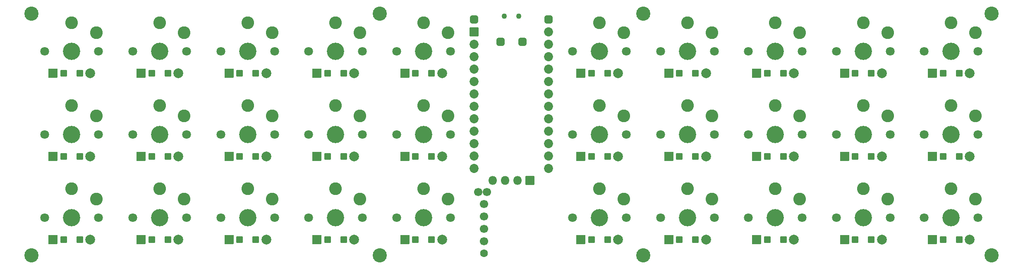
<source format=gbr>
%TF.GenerationSoftware,KiCad,Pcbnew,(6.0.4)*%
%TF.CreationDate,2022-07-31T16:16:28-04:00*%
%TF.ProjectId,satpad,73617470-6164-42e6-9b69-6361645f7063,v1.0.0*%
%TF.SameCoordinates,Original*%
%TF.FileFunction,Soldermask,Bot*%
%TF.FilePolarity,Negative*%
%FSLAX46Y46*%
G04 Gerber Fmt 4.6, Leading zero omitted, Abs format (unit mm)*
G04 Created by KiCad (PCBNEW (6.0.4)) date 2022-07-31 16:16:28*
%MOMM*%
%LPD*%
G01*
G04 APERTURE LIST*
G04 Aperture macros list*
%AMRoundRect*
0 Rectangle with rounded corners*
0 $1 Rounding radius*
0 $2 $3 $4 $5 $6 $7 $8 $9 X,Y pos of 4 corners*
0 Add a 4 corners polygon primitive as box body*
4,1,4,$2,$3,$4,$5,$6,$7,$8,$9,$2,$3,0*
0 Add four circle primitives for the rounded corners*
1,1,$1+$1,$2,$3*
1,1,$1+$1,$4,$5*
1,1,$1+$1,$6,$7*
1,1,$1+$1,$8,$9*
0 Add four rect primitives between the rounded corners*
20,1,$1+$1,$2,$3,$4,$5,0*
20,1,$1+$1,$4,$5,$6,$7,0*
20,1,$1+$1,$6,$7,$8,$9,0*
20,1,$1+$1,$8,$9,$2,$3,0*%
G04 Aperture macros list end*
%ADD10C,3.529000*%
%ADD11C,1.801800*%
%ADD12C,2.600000*%
%ADD13RoundRect,0.050000X-0.600000X-0.600000X0.600000X-0.600000X0.600000X0.600000X-0.600000X0.600000X0*%
%ADD14C,2.005000*%
%ADD15RoundRect,0.050000X-0.889000X-0.889000X0.889000X-0.889000X0.889000X0.889000X-0.889000X0.889000X0*%
%ADD16C,2.900000*%
%ADD17RoundRect,0.050000X-0.876300X0.876300X-0.876300X-0.876300X0.876300X-0.876300X0.876300X0.876300X0*%
%ADD18C,1.852600*%
%ADD19RoundRect,0.450000X-0.400000X-0.400000X0.400000X-0.400000X0.400000X0.400000X-0.400000X0.400000X0*%
%ADD20O,1.800000X1.800000*%
%ADD21RoundRect,0.050000X-0.850000X-0.850000X0.850000X-0.850000X0.850000X0.850000X-0.850000X0.850000X0*%
%ADD22C,1.700000*%
%ADD23C,1.600000*%
%ADD24C,1.100000*%
G04 APERTURE END LIST*
D10*
%TO.C,S1*%
X0Y0D03*
D11*
X5500000Y0D03*
X-5500000Y0D03*
D12*
X5000000Y3800000D03*
X0Y5900000D03*
%TD*%
D13*
%TO.C,D1*%
X-1650000Y-4500000D03*
X1650000Y-4500000D03*
D14*
X3810000Y-4500000D03*
D15*
X-3810000Y-4500000D03*
%TD*%
D10*
%TO.C,S2*%
X0Y17000000D03*
D11*
X5500000Y17000000D03*
X-5500000Y17000000D03*
D12*
X5000000Y20800000D03*
X0Y22900000D03*
%TD*%
D13*
%TO.C,D2*%
X-1650000Y12500000D03*
X1650000Y12500000D03*
D14*
X3810000Y12500000D03*
D15*
X-3810000Y12500000D03*
%TD*%
D10*
%TO.C,S3*%
X0Y34000000D03*
D11*
X5500000Y34000000D03*
X-5500000Y34000000D03*
D12*
X5000000Y37800000D03*
X0Y39900000D03*
%TD*%
D13*
%TO.C,D3*%
X-1650000Y29500000D03*
X1650000Y29500000D03*
D14*
X3810000Y29500000D03*
D15*
X-3810000Y29500000D03*
%TD*%
D10*
%TO.C,S4*%
X18000000Y0D03*
D11*
X23500000Y0D03*
X12500000Y0D03*
D12*
X23000000Y3800000D03*
X18000000Y5900000D03*
%TD*%
D13*
%TO.C,D4*%
X16350000Y-4500000D03*
X19650000Y-4500000D03*
D14*
X21810000Y-4500000D03*
D15*
X14190000Y-4500000D03*
%TD*%
D10*
%TO.C,S5*%
X18000000Y17000000D03*
D11*
X23500000Y17000000D03*
X12500000Y17000000D03*
D12*
X23000000Y20800000D03*
X18000000Y22900000D03*
%TD*%
D13*
%TO.C,D5*%
X16350000Y12500000D03*
X19650000Y12500000D03*
D14*
X21810000Y12500000D03*
D15*
X14190000Y12500000D03*
%TD*%
D10*
%TO.C,S6*%
X18000000Y34000000D03*
D11*
X23500000Y34000000D03*
X12500000Y34000000D03*
D12*
X23000000Y37800000D03*
X18000000Y39900000D03*
%TD*%
D13*
%TO.C,D6*%
X16350000Y29500000D03*
X19650000Y29500000D03*
D14*
X21810000Y29500000D03*
D15*
X14190000Y29500000D03*
%TD*%
D10*
%TO.C,S7*%
X36000000Y0D03*
D11*
X41500000Y0D03*
X30500000Y0D03*
D12*
X41000000Y3800000D03*
X36000000Y5900000D03*
%TD*%
D13*
%TO.C,D7*%
X34350000Y-4500000D03*
X37650000Y-4500000D03*
D14*
X39810000Y-4500000D03*
D15*
X32190000Y-4500000D03*
%TD*%
D10*
%TO.C,S8*%
X36000000Y17000000D03*
D11*
X41500000Y17000000D03*
X30500000Y17000000D03*
D12*
X41000000Y20800000D03*
X36000000Y22900000D03*
%TD*%
D13*
%TO.C,D8*%
X34350000Y12500000D03*
X37650000Y12500000D03*
D14*
X39810000Y12500000D03*
D15*
X32190000Y12500000D03*
%TD*%
D10*
%TO.C,S9*%
X36000000Y34000000D03*
D11*
X41500000Y34000000D03*
X30500000Y34000000D03*
D12*
X41000000Y37800000D03*
X36000000Y39900000D03*
%TD*%
D13*
%TO.C,D9*%
X34350000Y29500000D03*
X37650000Y29500000D03*
D14*
X39810000Y29500000D03*
D15*
X32190000Y29500000D03*
%TD*%
D10*
%TO.C,S10*%
X54000000Y0D03*
D11*
X59500000Y0D03*
X48500000Y0D03*
D12*
X59000000Y3800000D03*
X54000000Y5900000D03*
%TD*%
D13*
%TO.C,D10*%
X52350000Y-4500000D03*
X55650000Y-4500000D03*
D14*
X57810000Y-4500000D03*
D15*
X50190000Y-4500000D03*
%TD*%
D10*
%TO.C,S11*%
X54000000Y17000000D03*
D11*
X59500000Y17000000D03*
X48500000Y17000000D03*
D12*
X59000000Y20800000D03*
X54000000Y22900000D03*
%TD*%
D13*
%TO.C,D11*%
X52350000Y12500000D03*
X55650000Y12500000D03*
D14*
X57810000Y12500000D03*
D15*
X50190000Y12500000D03*
%TD*%
D10*
%TO.C,S12*%
X54000000Y34000000D03*
D11*
X59500000Y34000000D03*
X48500000Y34000000D03*
D12*
X59000000Y37800000D03*
X54000000Y39900000D03*
%TD*%
D13*
%TO.C,D12*%
X52350000Y29500000D03*
X55650000Y29500000D03*
D14*
X57810000Y29500000D03*
D15*
X50190000Y29500000D03*
%TD*%
D10*
%TO.C,S13*%
X72000000Y0D03*
D11*
X77500000Y0D03*
X66500000Y0D03*
D12*
X77000000Y3800000D03*
X72000000Y5900000D03*
%TD*%
D13*
%TO.C,D13*%
X70350000Y-4500000D03*
X73650000Y-4500000D03*
D14*
X75810000Y-4500000D03*
D15*
X68190000Y-4500000D03*
%TD*%
D10*
%TO.C,S14*%
X72000000Y17000000D03*
D11*
X77500000Y17000000D03*
X66500000Y17000000D03*
D12*
X77000000Y20800000D03*
X72000000Y22900000D03*
%TD*%
D13*
%TO.C,D14*%
X70350000Y12500000D03*
X73650000Y12500000D03*
D14*
X75810000Y12500000D03*
D15*
X68190000Y12500000D03*
%TD*%
D10*
%TO.C,S15*%
X72000000Y34000000D03*
D11*
X77500000Y34000000D03*
X66500000Y34000000D03*
D12*
X77000000Y37800000D03*
X72000000Y39900000D03*
%TD*%
D13*
%TO.C,D15*%
X70350000Y29500000D03*
X73650000Y29500000D03*
D14*
X75810000Y29500000D03*
D15*
X68190000Y29500000D03*
%TD*%
D10*
%TO.C,S16*%
X180000000Y0D03*
D11*
X185500000Y0D03*
X174500000Y0D03*
D12*
X185000000Y3800000D03*
X180000000Y5900000D03*
%TD*%
D13*
%TO.C,D16*%
X178350000Y-4500000D03*
X181650000Y-4500000D03*
D14*
X183810000Y-4500000D03*
D15*
X176190000Y-4500000D03*
%TD*%
D10*
%TO.C,S17*%
X180000000Y17000000D03*
D11*
X185500000Y17000000D03*
X174500000Y17000000D03*
D12*
X185000000Y20800000D03*
X180000000Y22900000D03*
%TD*%
D13*
%TO.C,D17*%
X178350000Y12500000D03*
X181650000Y12500000D03*
D14*
X183810000Y12500000D03*
D15*
X176190000Y12500000D03*
%TD*%
D10*
%TO.C,S18*%
X180000000Y34000000D03*
D11*
X185500000Y34000000D03*
X174500000Y34000000D03*
D12*
X185000000Y37800000D03*
X180000000Y39900000D03*
%TD*%
D13*
%TO.C,D18*%
X178350000Y29500000D03*
X181650000Y29500000D03*
D14*
X183810000Y29500000D03*
D15*
X176190000Y29500000D03*
%TD*%
D10*
%TO.C,S19*%
X162000000Y0D03*
D11*
X167500000Y0D03*
X156500000Y0D03*
D12*
X167000000Y3800000D03*
X162000000Y5900000D03*
%TD*%
D13*
%TO.C,D19*%
X160350000Y-4500000D03*
X163650000Y-4500000D03*
D14*
X165810000Y-4500000D03*
D15*
X158190000Y-4500000D03*
%TD*%
D10*
%TO.C,S20*%
X162000000Y17000000D03*
D11*
X167500000Y17000000D03*
X156500000Y17000000D03*
D12*
X167000000Y20800000D03*
X162000000Y22900000D03*
%TD*%
D13*
%TO.C,D20*%
X160350000Y12500000D03*
X163650000Y12500000D03*
D14*
X165810000Y12500000D03*
D15*
X158190000Y12500000D03*
%TD*%
D10*
%TO.C,S21*%
X162000000Y34000000D03*
D11*
X167500000Y34000000D03*
X156500000Y34000000D03*
D12*
X167000000Y37800000D03*
X162000000Y39900000D03*
%TD*%
D13*
%TO.C,D21*%
X160350000Y29500000D03*
X163650000Y29500000D03*
D14*
X165810000Y29500000D03*
D15*
X158190000Y29500000D03*
%TD*%
D10*
%TO.C,S22*%
X144000000Y0D03*
D11*
X149500000Y0D03*
X138500000Y0D03*
D12*
X149000000Y3800000D03*
X144000000Y5900000D03*
%TD*%
D13*
%TO.C,D22*%
X142350000Y-4500000D03*
X145650000Y-4500000D03*
D14*
X147810000Y-4500000D03*
D15*
X140190000Y-4500000D03*
%TD*%
D10*
%TO.C,S23*%
X144000000Y17000000D03*
D11*
X149500000Y17000000D03*
X138500000Y17000000D03*
D12*
X149000000Y20800000D03*
X144000000Y22900000D03*
%TD*%
D13*
%TO.C,D23*%
X142350000Y12500000D03*
X145650000Y12500000D03*
D14*
X147810000Y12500000D03*
D15*
X140190000Y12500000D03*
%TD*%
D10*
%TO.C,S24*%
X144000000Y34000000D03*
D11*
X149500000Y34000000D03*
X138500000Y34000000D03*
D12*
X149000000Y37800000D03*
X144000000Y39900000D03*
%TD*%
D13*
%TO.C,D24*%
X142350000Y29500000D03*
X145650000Y29500000D03*
D14*
X147810000Y29500000D03*
D15*
X140190000Y29500000D03*
%TD*%
D10*
%TO.C,S25*%
X126000000Y0D03*
D11*
X131500000Y0D03*
X120500000Y0D03*
D12*
X131000000Y3800000D03*
X126000000Y5900000D03*
%TD*%
D13*
%TO.C,D25*%
X124350000Y-4500000D03*
X127650000Y-4500000D03*
D14*
X129810000Y-4500000D03*
D15*
X122190000Y-4500000D03*
%TD*%
D10*
%TO.C,S26*%
X126000000Y17000000D03*
D11*
X131500000Y17000000D03*
X120500000Y17000000D03*
D12*
X131000000Y20800000D03*
X126000000Y22900000D03*
%TD*%
D13*
%TO.C,D26*%
X124350000Y12500000D03*
X127650000Y12500000D03*
D14*
X129810000Y12500000D03*
D15*
X122190000Y12500000D03*
%TD*%
D10*
%TO.C,S27*%
X126000000Y34000000D03*
D11*
X131500000Y34000000D03*
X120500000Y34000000D03*
D12*
X131000000Y37800000D03*
X126000000Y39900000D03*
%TD*%
D13*
%TO.C,D27*%
X124350000Y29500000D03*
X127650000Y29500000D03*
D14*
X129810000Y29500000D03*
D15*
X122190000Y29500000D03*
%TD*%
D10*
%TO.C,S28*%
X108000000Y0D03*
D11*
X113500000Y0D03*
X102500000Y0D03*
D12*
X113000000Y3800000D03*
X108000000Y5900000D03*
%TD*%
D13*
%TO.C,D28*%
X106350000Y-4500000D03*
X109650000Y-4500000D03*
D14*
X111810000Y-4500000D03*
D15*
X104190000Y-4500000D03*
%TD*%
D10*
%TO.C,S29*%
X108000000Y17000000D03*
D11*
X113500000Y17000000D03*
X102500000Y17000000D03*
D12*
X113000000Y20800000D03*
X108000000Y22900000D03*
%TD*%
D13*
%TO.C,D29*%
X106350000Y12500000D03*
X109650000Y12500000D03*
D14*
X111810000Y12500000D03*
D15*
X104190000Y12500000D03*
%TD*%
D10*
%TO.C,S30*%
X108000000Y34000000D03*
D11*
X113500000Y34000000D03*
X102500000Y34000000D03*
D12*
X113000000Y37800000D03*
X108000000Y39900000D03*
%TD*%
D13*
%TO.C,D30*%
X106350000Y29500000D03*
X109650000Y29500000D03*
D14*
X111810000Y29500000D03*
D15*
X104190000Y29500000D03*
%TD*%
D16*
%TO.C,*%
X-8250000Y41750000D03*
%TD*%
%TO.C,*%
X-8250000Y-7750000D03*
%TD*%
%TO.C,*%
X63000000Y41750000D03*
%TD*%
%TO.C,*%
X63000000Y-7750000D03*
%TD*%
%TO.C,*%
X188250000Y41750000D03*
%TD*%
%TO.C,*%
X188250000Y-7750000D03*
%TD*%
%TO.C,*%
X117000000Y41750000D03*
%TD*%
%TO.C,*%
X117000000Y-7750000D03*
%TD*%
D17*
%TO.C,MCU1*%
X82380000Y37970000D03*
D18*
X82380000Y35430000D03*
X82380000Y32890000D03*
X82380000Y30350000D03*
X82380000Y27810000D03*
X82380000Y25270000D03*
X82380000Y22730000D03*
X82380000Y20190000D03*
X82380000Y17650000D03*
X82380000Y15110000D03*
X82380000Y12570000D03*
X82380000Y10030000D03*
X97620000Y37970000D03*
X97620000Y35430000D03*
X97620000Y32890000D03*
X97620000Y30350000D03*
X97620000Y27810000D03*
X97620000Y25270000D03*
X97620000Y22730000D03*
X97620000Y20190000D03*
X97620000Y17650000D03*
X97620000Y15110000D03*
X97620000Y12570000D03*
X97620000Y10030000D03*
D19*
X82380000Y40510000D03*
X97620000Y40510000D03*
%TD*%
D20*
%TO.C,OLED1*%
X86180000Y7600000D03*
X88720000Y7600000D03*
X91260000Y7600000D03*
D21*
X93800000Y7600000D03*
%TD*%
D22*
%TO.C,REF\u002A\u002A*%
X83150000Y5200000D03*
X85000000Y5200000D03*
X84375000Y2810000D03*
X84375000Y270000D03*
X84375000Y-2270000D03*
X84375000Y-4810000D03*
D23*
X84375000Y-7300000D03*
%TD*%
D24*
%TO.C,T1*%
X91500000Y41250000D03*
X88500000Y41250000D03*
%TD*%
D19*
%TO.C,*%
X87750000Y36000000D03*
%TD*%
%TO.C,*%
X92250000Y36000000D03*
%TD*%
M02*

</source>
